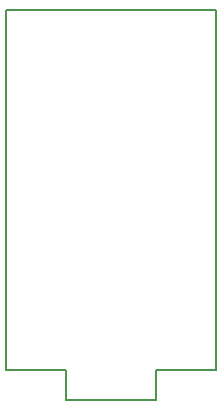
<source format=gbr>
%TF.GenerationSoftware,KiCad,Pcbnew,(5.1.6)-1*%
%TF.CreationDate,2021-01-28T10:50:38-06:00*%
%TF.ProjectId,BigSwitch,42696753-7769-4746-9368-2e6b69636164,rev?*%
%TF.SameCoordinates,Original*%
%TF.FileFunction,Legend,Bot*%
%TF.FilePolarity,Positive*%
%FSLAX46Y46*%
G04 Gerber Fmt 4.6, Leading zero omitted, Abs format (unit mm)*
G04 Created by KiCad (PCBNEW (5.1.6)-1) date 2021-01-28 10:50:38*
%MOMM*%
%LPD*%
G01*
G04 APERTURE LIST*
%ADD10C,0.150000*%
G04 APERTURE END LIST*
D10*
%TO.C,U1*%
X152310000Y-128340000D02*
X152310000Y-97860000D01*
X157390000Y-128340000D02*
X152310000Y-128340000D01*
X157390000Y-130880000D02*
X157390000Y-128340000D01*
X165010000Y-130880000D02*
X157390000Y-130880000D01*
X165010000Y-128340000D02*
X165010000Y-130880000D01*
X170090000Y-128340000D02*
X165010000Y-128340000D01*
X170090000Y-97860000D02*
X170090000Y-128340000D01*
X152310000Y-97860000D02*
X170090000Y-97860000D01*
%TD*%
M02*

</source>
